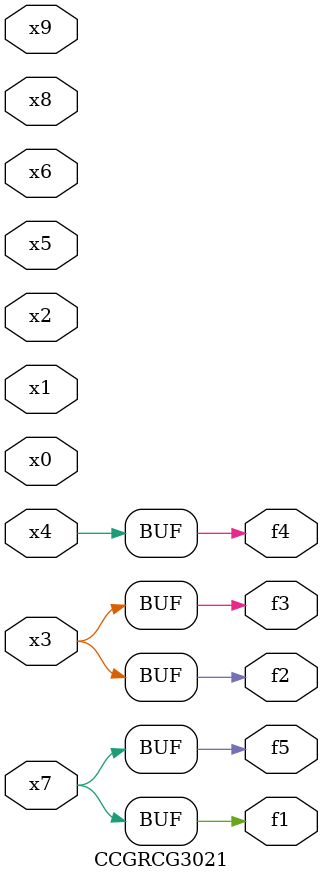
<source format=v>
module CCGRCG3021(
	input x0, x1, x2, x3, x4, x5, x6, x7, x8, x9,
	output f1, f2, f3, f4, f5
);
	assign f1 = x7;
	assign f2 = x3;
	assign f3 = x3;
	assign f4 = x4;
	assign f5 = x7;
endmodule

</source>
